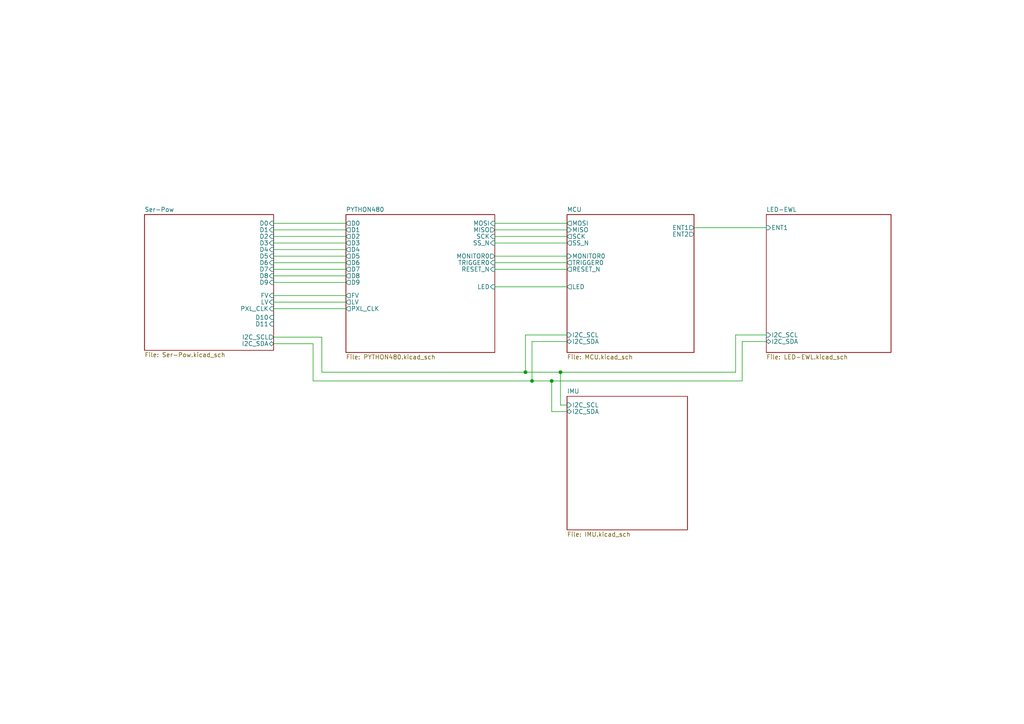
<source format=kicad_sch>
(kicad_sch (version 20211123) (generator eeschema)
  (paper "A4")
  (title_block (title "Miniscope-V4-Rigid-Flex") (date "2021-01-05") (rev "4.41") (company "Aharoni Lab"))
  (lib_symbols)
  (junction (at 162.56 107.95))
  (junction (at 154.305 110.49))
  (junction (at 160.02 110.49))
  (junction (at 152.4 107.95))
  (wire (pts (xy 90.805 110.49) (xy 154.305 110.49)))
  (wire (pts (xy 79.375 72.39) (xy 100.33 72.39)))
  (wire (pts (xy 164.465 78.105) (xy 143.51 78.105)))
  (wire (pts (xy 201.295 66.04) (xy 222.25 66.04)))
  (wire (pts (xy 162.56 107.95) (xy 162.56 117.475)))
  (wire (pts (xy 222.25 99.06) (xy 215.265 99.06)))
  (wire (pts (xy 79.375 64.77) (xy 100.33 64.77)))
  (wire (pts (xy 143.51 83.185) (xy 164.465 83.185)))
  (wire (pts (xy 79.375 97.79) (xy 93.345 97.79)))
  (wire (pts (xy 152.4 107.95) (xy 152.4 97.155)))
  (wire (pts (xy 152.4 97.155) (xy 164.465 97.155)))
  (wire (pts (xy 79.375 80.01) (xy 100.33 80.01)))
  (wire (pts (xy 100.33 66.675) (xy 79.375 66.675)))
  (wire (pts (xy 90.805 99.695) (xy 79.375 99.695)))
  (wire (pts (xy 154.305 110.49) (xy 160.02 110.49)))
  (wire (pts (xy 100.33 87.63) (xy 79.375 87.63)))
  (wire (pts (xy 90.805 99.695) (xy 90.805 110.49)))
  (wire (pts (xy 143.51 64.77) (xy 164.465 64.77)))
  (wire (pts (xy 152.4 107.95) (xy 162.56 107.95)))
  (wire (pts (xy 100.33 78.105) (xy 79.375 78.105)))
  (wire (pts (xy 154.305 99.06) (xy 164.465 99.06)))
  (wire (pts (xy 79.375 89.535) (xy 100.33 89.535)))
  (wire (pts (xy 160.02 110.49) (xy 160.02 119.38)))
  (wire (pts (xy 100.33 74.295) (xy 79.375 74.295)))
  (wire (pts (xy 143.51 76.2) (xy 164.465 76.2)))
  (wire (pts (xy 160.02 110.49) (xy 215.265 110.49)))
  (wire (pts (xy 93.345 107.95) (xy 152.4 107.95)))
  (wire (pts (xy 162.56 107.95) (xy 213.36 107.95)))
  (wire (pts (xy 215.265 110.49) (xy 215.265 99.06)))
  (wire (pts (xy 164.465 70.485) (xy 143.51 70.485)))
  (wire (pts (xy 100.33 70.485) (xy 79.375 70.485)))
  (wire (pts (xy 93.345 97.79) (xy 93.345 107.95)))
  (wire (pts (xy 79.375 76.2) (xy 100.33 76.2)))
  (wire (pts (xy 222.25 97.155) (xy 213.36 97.155)))
  (wire (pts (xy 79.375 85.725) (xy 100.33 85.725)))
  (wire (pts (xy 213.36 107.95) (xy 213.36 97.155)))
  (wire (pts (xy 100.33 81.915) (xy 79.375 81.915)))
  (wire (pts (xy 143.51 68.58) (xy 164.465 68.58)))
  (wire (pts (xy 164.465 74.295) (xy 143.51 74.295)))
  (wire (pts (xy 79.375 68.58) (xy 100.33 68.58)))
  (wire (pts (xy 162.56 117.475) (xy 164.465 117.475)))
  (wire (pts (xy 154.305 110.49) (xy 154.305 99.06)))
  (wire (pts (xy 164.465 66.675) (xy 143.51 66.675)))
  (wire (pts (xy 160.02 119.38) (xy 164.465 119.38)))
  (sheet (at 164.465 62.23) (size 36.83 40.005)
    (property "Sheet name" "MCU" (at 164.465 61.5184 0) (effects (justify left bottom)))
    (property "Sheet file" "MCU.kicad_sch" (at 164.465 102.8196 0) (effects (justify left top)))
    (pin "MOSI" output (at 164.465 64.77 180))
    (pin "MISO" input (at 164.465 66.675 180))
    (pin "MONITOR0" input (at 164.465 74.295 180))
    (pin "TRIGGER0" output (at 164.465 76.2 180))
    (pin "RESET_N" output (at 164.465 78.105 180))
    (pin "SCK" output (at 164.465 68.58 180))
    (pin "SS_N" output (at 164.465 70.485 180))
    (pin "LED" output (at 164.465 83.185 180))
    (pin "I2C_SDA" bidirectional (at 164.465 99.06 180))
    (pin "I2C_SCL" input (at 164.465 97.155 180))
    (pin "ENT1" output (at 201.295 66.04 0))
    (pin "ENT2" output (at 201.295 67.945 0))
  )
  (sheet (at 100.33 62.23) (size 43.18 40.005)
    (property "Sheet name" "PYTHON480" (at 100.33 61.5184 0) (effects (justify left bottom)))
    (property "Sheet file" "PYTHON480.kicad_sch" (at 100.33 102.8196 0) (effects (justify left top)))
    (pin "D0" output (at 100.33 64.77 180))
    (pin "D2" output (at 100.33 68.58 180))
    (pin "D1" output (at 100.33 66.675 180))
    (pin "D3" output (at 100.33 70.485 180))
    (pin "PXL_CLK" output (at 100.33 89.535 180))
    (pin "D4" output (at 100.33 72.39 180))
    (pin "D5" output (at 100.33 74.295 180))
    (pin "D7" output (at 100.33 78.105 180))
    (pin "D6" output (at 100.33 76.2 180))
    (pin "D8" output (at 100.33 80.01 180))
    (pin "D9" output (at 100.33 81.915 180))
    (pin "FV" output (at 100.33 85.725 180))
    (pin "LV" output (at 100.33 87.63 180))
    (pin "MOSI" input (at 143.51 64.77 0))
    (pin "MISO" output (at 143.51 66.675 0))
    (pin "MONITOR0" output (at 143.51 74.295 0))
    (pin "TRIGGER0" input (at 143.51 76.2 0))
    (pin "RESET_N" input (at 143.51 78.105 0))
    (pin "SCK" input (at 143.51 68.58 0))
    (pin "SS_N" input (at 143.51 70.485 0))
    (pin "LED" input (at 143.51 83.185 0))
  )
  (sheet (at 222.25 62.23) (size 36.195 40.005)
    (property "Sheet name" "LED-EWL" (at 222.25 61.5184 0) (effects (justify left bottom)))
    (property "Sheet file" "LED-EWL.kicad_sch" (at 222.25 102.8196 0) (effects (justify left top)))
    (pin "I2C_SDA" bidirectional (at 222.25 99.06 180))
    (pin "I2C_SCL" input (at 222.25 97.155 180))
    (pin "ENT1" input (at 222.25 66.04 180))
  )
  (sheet (at 41.91 62.23) (size 37.465 39.37)
    (property "Sheet name" "Ser-Pow" (at 41.91 61.5184 0) (effects (justify left bottom)))
    (property "Sheet file" "Ser-Pow.kicad_sch" (at 41.91 102.1846 0) (effects (justify left top)))
    (pin "D0" input (at 79.375 64.77 0))
    (pin "D2" input (at 79.375 68.58 0))
    (pin "D1" input (at 79.375 66.675 0))
    (pin "D3" input (at 79.375 70.485 0))
    (pin "PXL_CLK" input (at 79.375 89.535 0))
    (pin "D4" input (at 79.375 72.39 0))
    (pin "D5" input (at 79.375 74.295 0))
    (pin "D7" input (at 79.375 78.105 0))
    (pin "D6" input (at 79.375 76.2 0))
    (pin "D8" input (at 79.375 80.01 0))
    (pin "D9" input (at 79.375 81.915 0))
    (pin "FV" input (at 79.375 85.725 0))
    (pin "LV" input (at 79.375 87.63 0))
    (pin "I2C_SDA" bidirectional (at 79.375 99.695 0))
    (pin "I2C_SCL" output (at 79.375 97.79 0))
    (pin "D10" input (at 79.375 92.075 0))
    (pin "D11" input (at 79.375 93.98 0))
  )
  (sheet (at 164.465 114.935) (size 34.925 38.735)
    (property "Sheet name" "IMU" (at 164.465 114.2234 0) (effects (justify left bottom)))
    (property "Sheet file" "IMU.kicad_sch" (at 164.465 154.2546 0) (effects (justify left top)))
    (pin "I2C_SCL" input (at 164.465 117.475 180))
    (pin "I2C_SDA" bidirectional (at 164.465 119.38 180))
  )
)
</source>
